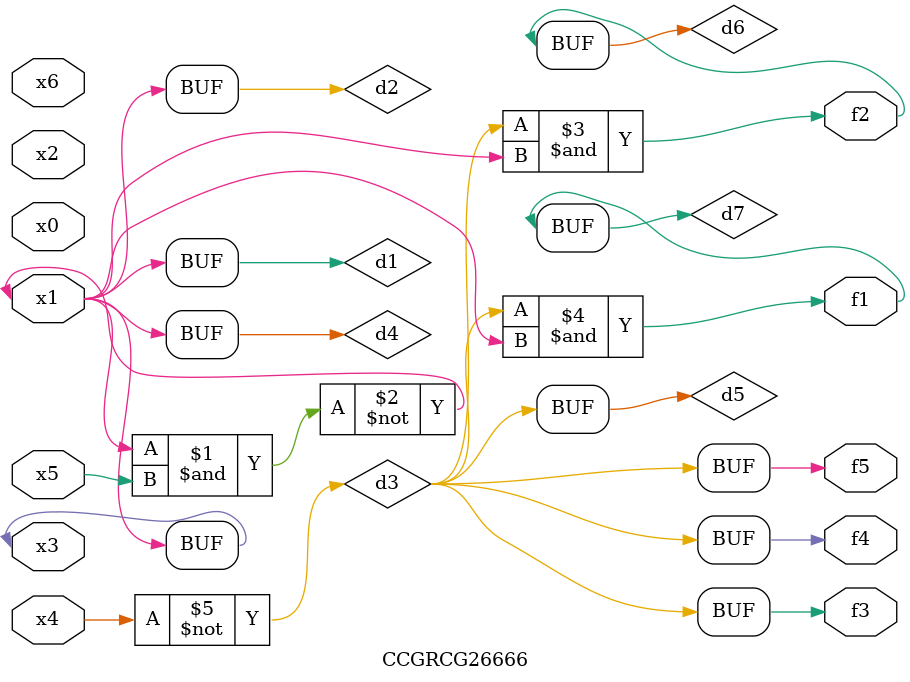
<source format=v>
module CCGRCG26666(
	input x0, x1, x2, x3, x4, x5, x6,
	output f1, f2, f3, f4, f5
);

	wire d1, d2, d3, d4, d5, d6, d7;

	buf (d1, x1, x3);
	nand (d2, x1, x5);
	not (d3, x4);
	buf (d4, d1, d2);
	buf (d5, d3);
	and (d6, d3, d4);
	and (d7, d3, d4);
	assign f1 = d7;
	assign f2 = d6;
	assign f3 = d5;
	assign f4 = d5;
	assign f5 = d5;
endmodule

</source>
